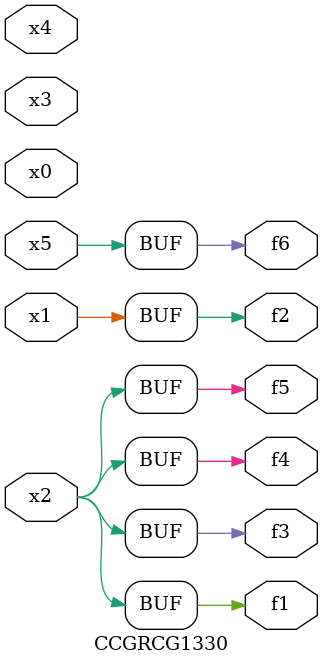
<source format=v>
module CCGRCG1330(
	input x0, x1, x2, x3, x4, x5,
	output f1, f2, f3, f4, f5, f6
);
	assign f1 = x2;
	assign f2 = x1;
	assign f3 = x2;
	assign f4 = x2;
	assign f5 = x2;
	assign f6 = x5;
endmodule

</source>
